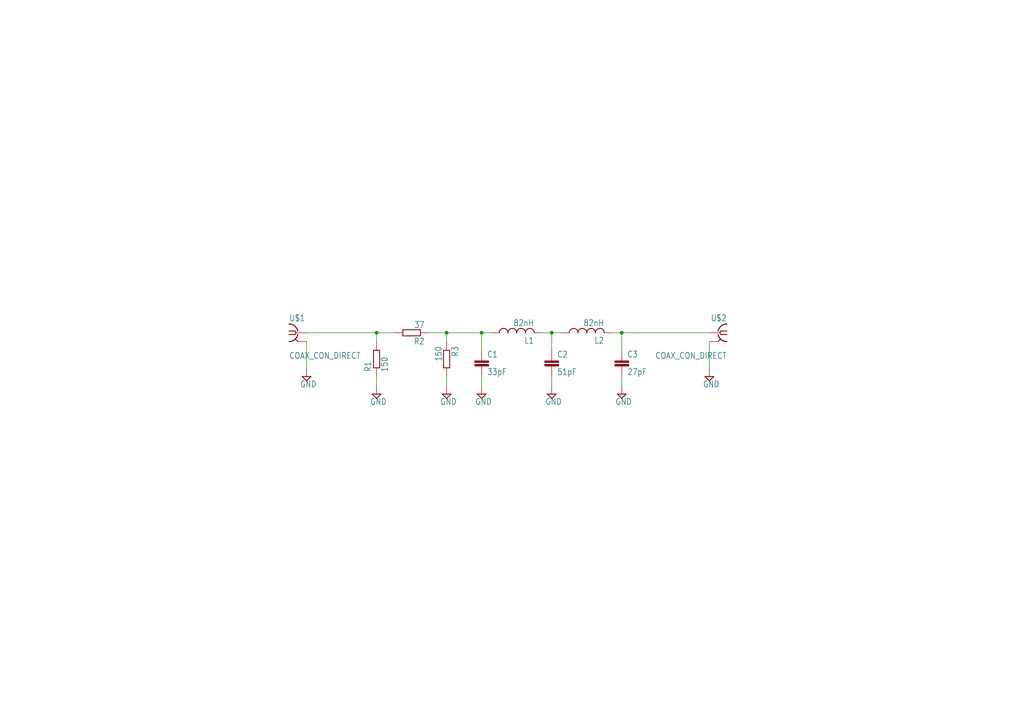
<source format=kicad_sch>
(kicad_sch
	(version 20231120)
	(generator "eeschema")
	(generator_version "8.0")
	(uuid "58b077e0-0b8d-4775-8efa-eabb5782ee57")
	(paper "A4")
	(lib_symbols
		(symbol "Filter-eagle-import:C-EUC0805"
			(exclude_from_sim no)
			(in_bom yes)
			(on_board yes)
			(property "Reference" "C"
				(at 1.524 0.381 0)
				(effects
					(font
						(size 1.778 1.5113)
					)
					(justify left bottom)
				)
			)
			(property "Value" ""
				(at 1.524 -4.699 0)
				(effects
					(font
						(size 1.778 1.5113)
					)
					(justify left bottom)
				)
			)
			(property "Footprint" "Filter:C0805"
				(at 0 0 0)
				(effects
					(font
						(size 1.27 1.27)
					)
					(hide yes)
				)
			)
			(property "Datasheet" ""
				(at 0 0 0)
				(effects
					(font
						(size 1.27 1.27)
					)
					(hide yes)
				)
			)
			(property "Description" "CAPACITOR, European symbol"
				(at 0 0 0)
				(effects
					(font
						(size 1.27 1.27)
					)
					(hide yes)
				)
			)
			(property "ki_locked" ""
				(at 0 0 0)
				(effects
					(font
						(size 1.27 1.27)
					)
				)
			)
			(symbol "C-EUC0805_1_0"
				(rectangle
					(start -2.032 -2.032)
					(end 2.032 -1.524)
					(stroke
						(width 0)
						(type default)
					)
					(fill
						(type outline)
					)
				)
				(rectangle
					(start -2.032 -1.016)
					(end 2.032 -0.508)
					(stroke
						(width 0)
						(type default)
					)
					(fill
						(type outline)
					)
				)
				(polyline
					(pts
						(xy 0 -2.54) (xy 0 -2.032)
					)
					(stroke
						(width 0.1524)
						(type solid)
					)
					(fill
						(type none)
					)
				)
				(polyline
					(pts
						(xy 0 0) (xy 0 -0.508)
					)
					(stroke
						(width 0.1524)
						(type solid)
					)
					(fill
						(type none)
					)
				)
				(pin passive line
					(at 0 2.54 270)
					(length 2.54)
					(name "1"
						(effects
							(font
								(size 0 0)
							)
						)
					)
					(number "1"
						(effects
							(font
								(size 0 0)
							)
						)
					)
				)
				(pin passive line
					(at 0 -5.08 90)
					(length 2.54)
					(name "2"
						(effects
							(font
								(size 0 0)
							)
						)
					)
					(number "2"
						(effects
							(font
								(size 0 0)
							)
						)
					)
				)
			)
		)
		(symbol "Filter-eagle-import:COAX_CON_DIRECT"
			(exclude_from_sim no)
			(in_bom yes)
			(on_board yes)
			(property "Reference" ""
				(at -2.54 3.302 0)
				(effects
					(font
						(size 1.778 1.5113)
					)
					(justify left bottom)
					(hide yes)
				)
			)
			(property "Value" ""
				(at -2.54 -7.62 0)
				(effects
					(font
						(size 1.778 1.5113)
					)
					(justify left bottom)
				)
			)
			(property "Footprint" "Filter:COAX.141"
				(at 0 0 0)
				(effects
					(font
						(size 1.27 1.27)
					)
					(hide yes)
				)
			)
			(property "Datasheet" ""
				(at 0 0 0)
				(effects
					(font
						(size 1.27 1.27)
					)
					(hide yes)
				)
			)
			(property "Description" "Direct Coax to Bord Top"
				(at 0 0 0)
				(effects
					(font
						(size 1.27 1.27)
					)
					(hide yes)
				)
			)
			(property "ki_locked" ""
				(at 0 0 0)
				(effects
					(font
						(size 1.27 1.27)
					)
				)
			)
			(symbol "COAX_CON_DIRECT_1_0"
				(arc
					(start -2.54 -2.54)
					(mid -0.9022 -1.9838)
					(end 0 -0.508)
					(stroke
						(width 0.3048)
						(type solid)
					)
					(fill
						(type none)
					)
				)
				(polyline
					(pts
						(xy -2.54 0.508) (xy -0.762 0.508)
					)
					(stroke
						(width 0.254)
						(type solid)
					)
					(fill
						(type none)
					)
				)
				(polyline
					(pts
						(xy -0.762 -0.508) (xy -2.54 -0.508)
					)
					(stroke
						(width 0.254)
						(type solid)
					)
					(fill
						(type none)
					)
				)
				(polyline
					(pts
						(xy -0.762 0.508) (xy -0.508 0)
					)
					(stroke
						(width 0.254)
						(type solid)
					)
					(fill
						(type none)
					)
				)
				(polyline
					(pts
						(xy -0.508 0) (xy -0.762 -0.508)
					)
					(stroke
						(width 0.254)
						(type solid)
					)
					(fill
						(type none)
					)
				)
				(polyline
					(pts
						(xy 0 -2.54) (xy -0.762 -1.778)
					)
					(stroke
						(width 0.254)
						(type solid)
					)
					(fill
						(type none)
					)
				)
				(polyline
					(pts
						(xy 0 0) (xy -0.508 0)
					)
					(stroke
						(width 0.1524)
						(type solid)
					)
					(fill
						(type none)
					)
				)
				(arc
					(start 0 0.508)
					(mid -0.9022 1.9838)
					(end -2.54 2.54)
					(stroke
						(width 0.3048)
						(type solid)
					)
					(fill
						(type none)
					)
				)
				(pin passive line
					(at 2.54 0 180)
					(length 2.54)
					(name "1"
						(effects
							(font
								(size 0 0)
							)
						)
					)
					(number "P$1"
						(effects
							(font
								(size 0 0)
							)
						)
					)
				)
				(pin passive line
					(at 2.54 -2.54 180)
					(length 2.54)
					(name "GND@1"
						(effects
							(font
								(size 0 0)
							)
						)
					)
					(number "P$2"
						(effects
							(font
								(size 0 0)
							)
						)
					)
				)
			)
		)
		(symbol "Filter-eagle-import:GND"
			(power)
			(exclude_from_sim no)
			(in_bom yes)
			(on_board yes)
			(property "Reference" "#SUPPLY"
				(at 0 0 0)
				(effects
					(font
						(size 1.27 1.27)
					)
					(hide yes)
				)
			)
			(property "Value" ""
				(at -1.905 -3.175 0)
				(effects
					(font
						(size 1.778 1.5113)
					)
					(justify left bottom)
				)
			)
			(property "Footprint" ""
				(at 0 0 0)
				(effects
					(font
						(size 1.27 1.27)
					)
					(hide yes)
				)
			)
			(property "Datasheet" ""
				(at 0 0 0)
				(effects
					(font
						(size 1.27 1.27)
					)
					(hide yes)
				)
			)
			(property "Description" "SUPPLY SYMBOL"
				(at 0 0 0)
				(effects
					(font
						(size 1.27 1.27)
					)
					(hide yes)
				)
			)
			(property "ki_locked" ""
				(at 0 0 0)
				(effects
					(font
						(size 1.27 1.27)
					)
				)
			)
			(symbol "GND_1_0"
				(polyline
					(pts
						(xy -1.27 0) (xy 1.27 0)
					)
					(stroke
						(width 0.254)
						(type solid)
					)
					(fill
						(type none)
					)
				)
				(polyline
					(pts
						(xy 0 -1.27) (xy -1.27 0)
					)
					(stroke
						(width 0.254)
						(type solid)
					)
					(fill
						(type none)
					)
				)
				(polyline
					(pts
						(xy 1.27 0) (xy 0 -1.27)
					)
					(stroke
						(width 0.254)
						(type solid)
					)
					(fill
						(type none)
					)
				)
				(pin power_in line
					(at 0 2.54 270)
					(length 2.54)
					(name "GND"
						(effects
							(font
								(size 0 0)
							)
						)
					)
					(number "1"
						(effects
							(font
								(size 0 0)
							)
						)
					)
				)
			)
		)
		(symbol "Filter-eagle-import:L-USL2012C"
			(exclude_from_sim no)
			(in_bom yes)
			(on_board yes)
			(property "Reference" "L"
				(at -1.27 -5.08 90)
				(effects
					(font
						(size 1.778 1.5113)
					)
					(justify left bottom)
				)
			)
			(property "Value" ""
				(at 3.81 -5.08 90)
				(effects
					(font
						(size 1.778 1.5113)
					)
					(justify left bottom)
				)
			)
			(property "Footprint" "Filter:L2012C"
				(at 0 0 0)
				(effects
					(font
						(size 1.27 1.27)
					)
					(hide yes)
				)
			)
			(property "Datasheet" ""
				(at 0 0 0)
				(effects
					(font
						(size 1.27 1.27)
					)
					(hide yes)
				)
			)
			(property "Description" "INDUCTOR, American symbol"
				(at 0 0 0)
				(effects
					(font
						(size 1.27 1.27)
					)
					(hide yes)
				)
			)
			(property "ki_locked" ""
				(at 0 0 0)
				(effects
					(font
						(size 1.27 1.27)
					)
				)
			)
			(symbol "L-USL2012C_1_0"
				(arc
					(start 0 -5.08)
					(mid 0.898 -4.708)
					(end 1.27 -3.81)
					(stroke
						(width 0.254)
						(type solid)
					)
					(fill
						(type none)
					)
				)
				(arc
					(start 0 -2.54)
					(mid 0.898 -2.168)
					(end 1.27 -1.27)
					(stroke
						(width 0.254)
						(type solid)
					)
					(fill
						(type none)
					)
				)
				(arc
					(start 0 0)
					(mid 0.898 0.372)
					(end 1.27 1.27)
					(stroke
						(width 0.254)
						(type solid)
					)
					(fill
						(type none)
					)
				)
				(arc
					(start 0 2.54)
					(mid 0.898 2.912)
					(end 1.27 3.81)
					(stroke
						(width 0.254)
						(type solid)
					)
					(fill
						(type none)
					)
				)
				(arc
					(start 1.27 -3.81)
					(mid 0.898 -2.912)
					(end 0 -2.54)
					(stroke
						(width 0.254)
						(type solid)
					)
					(fill
						(type none)
					)
				)
				(arc
					(start 1.27 -1.27)
					(mid 0.898 -0.372)
					(end 0 0)
					(stroke
						(width 0.254)
						(type solid)
					)
					(fill
						(type none)
					)
				)
				(arc
					(start 1.27 1.27)
					(mid 0.898 2.168)
					(end 0 2.54)
					(stroke
						(width 0.254)
						(type solid)
					)
					(fill
						(type none)
					)
				)
				(arc
					(start 1.27 3.81)
					(mid 0.898 4.708)
					(end 0 5.08)
					(stroke
						(width 0.254)
						(type solid)
					)
					(fill
						(type none)
					)
				)
				(pin passive line
					(at 0 7.62 270)
					(length 2.54)
					(name "1"
						(effects
							(font
								(size 0 0)
							)
						)
					)
					(number "1"
						(effects
							(font
								(size 0 0)
							)
						)
					)
				)
				(pin passive line
					(at 0 -7.62 90)
					(length 2.54)
					(name "2"
						(effects
							(font
								(size 0 0)
							)
						)
					)
					(number "2"
						(effects
							(font
								(size 0 0)
							)
						)
					)
				)
			)
		)
		(symbol "Filter-eagle-import:R-EU_R0805"
			(exclude_from_sim no)
			(in_bom yes)
			(on_board yes)
			(property "Reference" "R"
				(at -3.81 1.4986 0)
				(effects
					(font
						(size 1.778 1.5113)
					)
					(justify left bottom)
				)
			)
			(property "Value" ""
				(at -3.81 -3.302 0)
				(effects
					(font
						(size 1.778 1.5113)
					)
					(justify left bottom)
				)
			)
			(property "Footprint" "Filter:R0805"
				(at 0 0 0)
				(effects
					(font
						(size 1.27 1.27)
					)
					(hide yes)
				)
			)
			(property "Datasheet" ""
				(at 0 0 0)
				(effects
					(font
						(size 1.27 1.27)
					)
					(hide yes)
				)
			)
			(property "Description" "RESISTOR, European symbol"
				(at 0 0 0)
				(effects
					(font
						(size 1.27 1.27)
					)
					(hide yes)
				)
			)
			(property "ki_locked" ""
				(at 0 0 0)
				(effects
					(font
						(size 1.27 1.27)
					)
				)
			)
			(symbol "R-EU_R0805_1_0"
				(polyline
					(pts
						(xy -2.54 -0.889) (xy -2.54 0.889)
					)
					(stroke
						(width 0.254)
						(type solid)
					)
					(fill
						(type none)
					)
				)
				(polyline
					(pts
						(xy -2.54 -0.889) (xy 2.54 -0.889)
					)
					(stroke
						(width 0.254)
						(type solid)
					)
					(fill
						(type none)
					)
				)
				(polyline
					(pts
						(xy 2.54 -0.889) (xy 2.54 0.889)
					)
					(stroke
						(width 0.254)
						(type solid)
					)
					(fill
						(type none)
					)
				)
				(polyline
					(pts
						(xy 2.54 0.889) (xy -2.54 0.889)
					)
					(stroke
						(width 0.254)
						(type solid)
					)
					(fill
						(type none)
					)
				)
				(pin passive line
					(at -5.08 0 0)
					(length 2.54)
					(name "1"
						(effects
							(font
								(size 0 0)
							)
						)
					)
					(number "1"
						(effects
							(font
								(size 0 0)
							)
						)
					)
				)
				(pin passive line
					(at 5.08 0 180)
					(length 2.54)
					(name "2"
						(effects
							(font
								(size 0 0)
							)
						)
					)
					(number "2"
						(effects
							(font
								(size 0 0)
							)
						)
					)
				)
			)
		)
	)
	(junction
		(at 180.34 96.52)
		(diameter 0)
		(color 0 0 0 0)
		(uuid "24745f2d-5203-4484-9714-0e987e503853")
	)
	(junction
		(at 139.7 96.52)
		(diameter 0)
		(color 0 0 0 0)
		(uuid "29b454bc-f005-4803-a3a7-93094bab1ae2")
	)
	(junction
		(at 129.54 96.52)
		(diameter 0)
		(color 0 0 0 0)
		(uuid "7e8bc4dc-2319-4ceb-9e9b-b912a321bf75")
	)
	(junction
		(at 160.02 96.52)
		(diameter 0)
		(color 0 0 0 0)
		(uuid "ae0e68aa-c8ae-490a-9649-9a2ee31e9a5f")
	)
	(junction
		(at 109.22 96.52)
		(diameter 0)
		(color 0 0 0 0)
		(uuid "db96db9f-07fa-47df-af9b-322a184064d3")
	)
	(wire
		(pts
			(xy 129.54 96.52) (xy 139.7 96.52)
		)
		(stroke
			(width 0.1524)
			(type solid)
		)
		(uuid "18615523-c5bd-462d-aef3-3b8237bf2220")
	)
	(wire
		(pts
			(xy 205.74 96.52) (xy 180.34 96.52)
		)
		(stroke
			(width 0.1524)
			(type solid)
		)
		(uuid "19f731a7-e6d7-4bc4-b3da-fc1ba6e77a70")
	)
	(wire
		(pts
			(xy 139.7 101.6) (xy 139.7 96.52)
		)
		(stroke
			(width 0.1524)
			(type solid)
		)
		(uuid "2340deda-5c90-4bc7-8702-c78a8edd12e9")
	)
	(wire
		(pts
			(xy 114.3 96.52) (xy 109.22 96.52)
		)
		(stroke
			(width 0.1524)
			(type solid)
		)
		(uuid "3251e288-b39f-467d-a136-bd529ddf3f96")
	)
	(wire
		(pts
			(xy 180.34 111.76) (xy 180.34 109.22)
		)
		(stroke
			(width 0.1524)
			(type solid)
		)
		(uuid "3397088a-73c9-4e7b-bb0e-e873c0be7fe0")
	)
	(wire
		(pts
			(xy 180.34 96.52) (xy 177.8 96.52)
		)
		(stroke
			(width 0.1524)
			(type solid)
		)
		(uuid "453c6935-7cd1-4509-958a-ca0df53cddbd")
	)
	(wire
		(pts
			(xy 162.56 96.52) (xy 160.02 96.52)
		)
		(stroke
			(width 0.1524)
			(type solid)
		)
		(uuid "45b02609-aca2-4c98-9cc4-8f6411028593")
	)
	(wire
		(pts
			(xy 109.22 96.52) (xy 88.9 96.52)
		)
		(stroke
			(width 0.1524)
			(type solid)
		)
		(uuid "4775d996-87d3-4785-9128-ac79855c3235")
	)
	(wire
		(pts
			(xy 139.7 96.52) (xy 142.24 96.52)
		)
		(stroke
			(width 0.1524)
			(type solid)
		)
		(uuid "61b521b0-98bc-4d6f-bd00-3175b45485f1")
	)
	(wire
		(pts
			(xy 180.34 101.6) (xy 180.34 96.52)
		)
		(stroke
			(width 0.1524)
			(type solid)
		)
		(uuid "6b09c9f1-3e54-487a-916d-acdb686a23e5")
	)
	(wire
		(pts
			(xy 124.46 96.52) (xy 129.54 96.52)
		)
		(stroke
			(width 0.1524)
			(type solid)
		)
		(uuid "746657a9-8d95-4e19-b9de-414e1554b13e")
	)
	(wire
		(pts
			(xy 129.54 111.76) (xy 129.54 109.22)
		)
		(stroke
			(width 0.1524)
			(type solid)
		)
		(uuid "7867c354-d875-4e7a-a85f-f5191c1d777c")
	)
	(wire
		(pts
			(xy 160.02 111.76) (xy 160.02 109.22)
		)
		(stroke
			(width 0.1524)
			(type solid)
		)
		(uuid "a40b0548-40b1-447c-b0a4-626e3aa82c87")
	)
	(wire
		(pts
			(xy 88.9 106.68) (xy 88.9 99.06)
		)
		(stroke
			(width 0.1524)
			(type solid)
		)
		(uuid "b5f6538b-7ad2-421d-9ba0-f041a865f1b4")
	)
	(wire
		(pts
			(xy 160.02 101.6) (xy 160.02 96.52)
		)
		(stroke
			(width 0.1524)
			(type solid)
		)
		(uuid "bfbceab0-7c57-46b6-8de1-9f0f3e8ee834")
	)
	(wire
		(pts
			(xy 139.7 111.76) (xy 139.7 109.22)
		)
		(stroke
			(width 0.1524)
			(type solid)
		)
		(uuid "c08ddc6d-25a0-477e-9e2b-0ce95360a86c")
	)
	(wire
		(pts
			(xy 109.22 111.76) (xy 109.22 109.22)
		)
		(stroke
			(width 0.1524)
			(type solid)
		)
		(uuid "cc8e1cf7-2113-4714-8ba1-e923cde5bc29")
	)
	(wire
		(pts
			(xy 109.22 99.06) (xy 109.22 96.52)
		)
		(stroke
			(width 0.1524)
			(type solid)
		)
		(uuid "d361f9c2-0374-40e5-bc26-d0149c24a2b3")
	)
	(wire
		(pts
			(xy 205.74 106.68) (xy 205.74 99.06)
		)
		(stroke
			(width 0.1524)
			(type solid)
		)
		(uuid "da7a2764-82d2-4e28-a06f-58e19cf58910")
	)
	(wire
		(pts
			(xy 129.54 99.06) (xy 129.54 96.52)
		)
		(stroke
			(width 0.1524)
			(type solid)
		)
		(uuid "e62145c1-9a97-4706-815a-2dab58ed2ea0")
	)
	(wire
		(pts
			(xy 160.02 96.52) (xy 157.48 96.52)
		)
		(stroke
			(width 0.1524)
			(type solid)
		)
		(uuid "fd867039-afd0-4660-bd9f-2448a49f19a8")
	)
	(symbol
		(lib_id "Filter-eagle-import:GND")
		(at 139.7 114.3 0)
		(unit 1)
		(exclude_from_sim no)
		(in_bom yes)
		(on_board yes)
		(dnp no)
		(uuid "350433c6-f408-4d72-9e90-52c2a22e3aef")
		(property "Reference" "#SUPPLY4"
			(at 139.7 114.3 0)
			(effects
				(font
					(size 1.27 1.27)
				)
				(hide yes)
			)
		)
		(property "Value" "GND"
			(at 137.795 117.475 0)
			(effects
				(font
					(size 1.778 1.5113)
				)
				(justify left bottom)
			)
		)
		(property "Footprint" ""
			(at 139.7 114.3 0)
			(effects
				(font
					(size 1.27 1.27)
				)
				(hide yes)
			)
		)
		(property "Datasheet" ""
			(at 139.7 114.3 0)
			(effects
				(font
					(size 1.27 1.27)
				)
				(hide yes)
			)
		)
		(property "Description" ""
			(at 139.7 114.3 0)
			(effects
				(font
					(size 1.27 1.27)
				)
				(hide yes)
			)
		)
		(pin "1"
			(uuid "bb0cfacb-0d83-42dd-b44c-4e8e118cccc5")
		)
		(instances
			(project ""
				(path "/58b077e0-0b8d-4775-8efa-eabb5782ee57"
					(reference "#SUPPLY4")
					(unit 1)
				)
			)
		)
	)
	(symbol
		(lib_id "Filter-eagle-import:COAX_CON_DIRECT")
		(at 86.36 96.52 0)
		(unit 1)
		(exclude_from_sim no)
		(in_bom yes)
		(on_board yes)
		(dnp no)
		(uuid "3fdcac3b-e1ea-4dc8-8d7f-e12c5b1628f0")
		(property "Reference" "U$1"
			(at 83.82 93.218 0)
			(effects
				(font
					(size 1.778 1.5113)
				)
				(justify left bottom)
			)
		)
		(property "Value" "COAX_CON_DIRECT"
			(at 83.82 104.14 0)
			(effects
				(font
					(size 1.778 1.5113)
				)
				(justify left bottom)
			)
		)
		(property "Footprint" "Filter:COAX.141"
			(at 86.36 96.52 0)
			(effects
				(font
					(size 1.27 1.27)
				)
				(hide yes)
			)
		)
		(property "Datasheet" ""
			(at 86.36 96.52 0)
			(effects
				(font
					(size 1.27 1.27)
				)
				(hide yes)
			)
		)
		(property "Description" ""
			(at 86.36 96.52 0)
			(effects
				(font
					(size 1.27 1.27)
				)
				(hide yes)
			)
		)
		(pin "P$2"
			(uuid "0bca4ec4-ffe3-4a5d-b4f6-ecf18673a234")
		)
		(pin "P$1"
			(uuid "fcabcbce-8fea-4879-8dff-78998bbe004a")
		)
		(instances
			(project ""
				(path "/58b077e0-0b8d-4775-8efa-eabb5782ee57"
					(reference "U$1")
					(unit 1)
				)
			)
		)
	)
	(symbol
		(lib_id "Filter-eagle-import:GND")
		(at 160.02 114.3 0)
		(unit 1)
		(exclude_from_sim no)
		(in_bom yes)
		(on_board yes)
		(dnp no)
		(uuid "46667964-8e97-45fe-bb90-770a4faf374b")
		(property "Reference" "#SUPPLY5"
			(at 160.02 114.3 0)
			(effects
				(font
					(size 1.27 1.27)
				)
				(hide yes)
			)
		)
		(property "Value" "GND"
			(at 158.115 117.475 0)
			(effects
				(font
					(size 1.778 1.5113)
				)
				(justify left bottom)
			)
		)
		(property "Footprint" ""
			(at 160.02 114.3 0)
			(effects
				(font
					(size 1.27 1.27)
				)
				(hide yes)
			)
		)
		(property "Datasheet" ""
			(at 160.02 114.3 0)
			(effects
				(font
					(size 1.27 1.27)
				)
				(hide yes)
			)
		)
		(property "Description" ""
			(at 160.02 114.3 0)
			(effects
				(font
					(size 1.27 1.27)
				)
				(hide yes)
			)
		)
		(pin "1"
			(uuid "45e6eedf-a9f0-4d8b-a5fd-4176bb26d612")
		)
		(instances
			(project ""
				(path "/58b077e0-0b8d-4775-8efa-eabb5782ee57"
					(reference "#SUPPLY5")
					(unit 1)
				)
			)
		)
	)
	(symbol
		(lib_id "Filter-eagle-import:C-EUC0805")
		(at 139.7 104.14 0)
		(unit 1)
		(exclude_from_sim no)
		(in_bom yes)
		(on_board yes)
		(dnp no)
		(uuid "4f3ea76a-5004-4bb7-9fec-8ba6f0506edd")
		(property "Reference" "C1"
			(at 141.224 103.759 0)
			(effects
				(font
					(size 1.778 1.5113)
				)
				(justify left bottom)
			)
		)
		(property "Value" "33pF"
			(at 141.224 108.839 0)
			(effects
				(font
					(size 1.778 1.5113)
				)
				(justify left bottom)
			)
		)
		(property "Footprint" "Filter:C0805"
			(at 139.7 104.14 0)
			(effects
				(font
					(size 1.27 1.27)
				)
				(hide yes)
			)
		)
		(property "Datasheet" ""
			(at 139.7 104.14 0)
			(effects
				(font
					(size 1.27 1.27)
				)
				(hide yes)
			)
		)
		(property "Description" ""
			(at 139.7 104.14 0)
			(effects
				(font
					(size 1.27 1.27)
				)
				(hide yes)
			)
		)
		(pin "1"
			(uuid "72d6e6d1-fb65-441e-9fdd-38368902cb4e")
		)
		(pin "2"
			(uuid "33e1a882-87ff-479c-84d8-7689d7bf5b25")
		)
		(instances
			(project ""
				(path "/58b077e0-0b8d-4775-8efa-eabb5782ee57"
					(reference "C1")
					(unit 1)
				)
			)
		)
	)
	(symbol
		(lib_id "Filter-eagle-import:GND")
		(at 88.9 109.22 0)
		(unit 1)
		(exclude_from_sim no)
		(in_bom yes)
		(on_board yes)
		(dnp no)
		(uuid "55f18f33-0ccc-49a7-8bf7-87d39b098457")
		(property "Reference" "#SUPPLY1"
			(at 88.9 109.22 0)
			(effects
				(font
					(size 1.27 1.27)
				)
				(hide yes)
			)
		)
		(property "Value" "GND"
			(at 86.995 112.395 0)
			(effects
				(font
					(size 1.778 1.5113)
				)
				(justify left bottom)
			)
		)
		(property "Footprint" ""
			(at 88.9 109.22 0)
			(effects
				(font
					(size 1.27 1.27)
				)
				(hide yes)
			)
		)
		(property "Datasheet" ""
			(at 88.9 109.22 0)
			(effects
				(font
					(size 1.27 1.27)
				)
				(hide yes)
			)
		)
		(property "Description" ""
			(at 88.9 109.22 0)
			(effects
				(font
					(size 1.27 1.27)
				)
				(hide yes)
			)
		)
		(pin "1"
			(uuid "2b9c50fd-6538-4ea8-8a77-eb91e8e8c696")
		)
		(instances
			(project ""
				(path "/58b077e0-0b8d-4775-8efa-eabb5782ee57"
					(reference "#SUPPLY1")
					(unit 1)
				)
			)
		)
	)
	(symbol
		(lib_id "Filter-eagle-import:GND")
		(at 129.54 114.3 0)
		(unit 1)
		(exclude_from_sim no)
		(in_bom yes)
		(on_board yes)
		(dnp no)
		(uuid "5652233b-3f7c-4674-b569-d938a02bea99")
		(property "Reference" "#SUPPLY3"
			(at 129.54 114.3 0)
			(effects
				(font
					(size 1.27 1.27)
				)
				(hide yes)
			)
		)
		(property "Value" "GND"
			(at 127.635 117.475 0)
			(effects
				(font
					(size 1.778 1.5113)
				)
				(justify left bottom)
			)
		)
		(property "Footprint" ""
			(at 129.54 114.3 0)
			(effects
				(font
					(size 1.27 1.27)
				)
				(hide yes)
			)
		)
		(property "Datasheet" ""
			(at 129.54 114.3 0)
			(effects
				(font
					(size 1.27 1.27)
				)
				(hide yes)
			)
		)
		(property "Description" ""
			(at 129.54 114.3 0)
			(effects
				(font
					(size 1.27 1.27)
				)
				(hide yes)
			)
		)
		(pin "1"
			(uuid "dbeb89c0-c33c-40e5-b2da-81530dc72d87")
		)
		(instances
			(project ""
				(path "/58b077e0-0b8d-4775-8efa-eabb5782ee57"
					(reference "#SUPPLY3")
					(unit 1)
				)
			)
		)
	)
	(symbol
		(lib_id "Filter-eagle-import:COAX_CON_DIRECT")
		(at 208.28 96.52 0)
		(mirror y)
		(unit 1)
		(exclude_from_sim no)
		(in_bom yes)
		(on_board yes)
		(dnp no)
		(uuid "60e441f7-c03b-4bea-8a6b-fdbdc612495c")
		(property "Reference" "U$2"
			(at 210.82 93.218 0)
			(effects
				(font
					(size 1.778 1.5113)
				)
				(justify left bottom)
			)
		)
		(property "Value" "COAX_CON_DIRECT"
			(at 210.82 104.14 0)
			(effects
				(font
					(size 1.778 1.5113)
				)
				(justify left bottom)
			)
		)
		(property "Footprint" "Filter:COAX.141"
			(at 208.28 96.52 0)
			(effects
				(font
					(size 1.27 1.27)
				)
				(hide yes)
			)
		)
		(property "Datasheet" ""
			(at 208.28 96.52 0)
			(effects
				(font
					(size 1.27 1.27)
				)
				(hide yes)
			)
		)
		(property "Description" ""
			(at 208.28 96.52 0)
			(effects
				(font
					(size 1.27 1.27)
				)
				(hide yes)
			)
		)
		(pin "P$1"
			(uuid "95fea434-2c1b-40b2-b3f2-e39cc0f1b6ba")
		)
		(pin "P$2"
			(uuid "4ef10e4d-a13a-4ccc-8da4-9264840cf03c")
		)
		(instances
			(project ""
				(path "/58b077e0-0b8d-4775-8efa-eabb5782ee57"
					(reference "U$2")
					(unit 1)
				)
			)
		)
	)
	(symbol
		(lib_id "Filter-eagle-import:GND")
		(at 205.74 109.22 0)
		(unit 1)
		(exclude_from_sim no)
		(in_bom yes)
		(on_board yes)
		(dnp no)
		(uuid "8aabf876-c75e-44ed-9359-17ef9af93683")
		(property "Reference" "#SUPPLY7"
			(at 205.74 109.22 0)
			(effects
				(font
					(size 1.27 1.27)
				)
				(hide yes)
			)
		)
		(property "Value" "GND"
			(at 203.835 112.395 0)
			(effects
				(font
					(size 1.778 1.5113)
				)
				(justify left bottom)
			)
		)
		(property "Footprint" ""
			(at 205.74 109.22 0)
			(effects
				(font
					(size 1.27 1.27)
				)
				(hide yes)
			)
		)
		(property "Datasheet" ""
			(at 205.74 109.22 0)
			(effects
				(font
					(size 1.27 1.27)
				)
				(hide yes)
			)
		)
		(property "Description" ""
			(at 205.74 109.22 0)
			(effects
				(font
					(size 1.27 1.27)
				)
				(hide yes)
			)
		)
		(pin "1"
			(uuid "678bed42-6128-4ace-b3b0-c5edeef491f7")
		)
		(instances
			(project ""
				(path "/58b077e0-0b8d-4775-8efa-eabb5782ee57"
					(reference "#SUPPLY7")
					(unit 1)
				)
			)
		)
	)
	(symbol
		(lib_id "Filter-eagle-import:L-USL2012C")
		(at 149.86 96.52 90)
		(unit 1)
		(exclude_from_sim no)
		(in_bom yes)
		(on_board yes)
		(dnp no)
		(uuid "8db3e656-6d24-40fd-a0f9-a1dbf510964d")
		(property "Reference" "L1"
			(at 154.94 97.79 90)
			(effects
				(font
					(size 1.778 1.5113)
				)
				(justify left bottom)
			)
		)
		(property "Value" "82nH"
			(at 154.94 92.71 90)
			(effects
				(font
					(size 1.778 1.5113)
				)
				(justify left bottom)
			)
		)
		(property "Footprint" "Filter:L2012C"
			(at 149.86 96.52 0)
			(effects
				(font
					(size 1.27 1.27)
				)
				(hide yes)
			)
		)
		(property "Datasheet" ""
			(at 149.86 96.52 0)
			(effects
				(font
					(size 1.27 1.27)
				)
				(hide yes)
			)
		)
		(property "Description" ""
			(at 149.86 96.52 0)
			(effects
				(font
					(size 1.27 1.27)
				)
				(hide yes)
			)
		)
		(pin "1"
			(uuid "ed6ac807-3fe3-4802-962c-9b7e71aae3ef")
		)
		(pin "2"
			(uuid "964bb85d-c390-47c1-aabc-88f3fe2d5d3b")
		)
		(instances
			(project ""
				(path "/58b077e0-0b8d-4775-8efa-eabb5782ee57"
					(reference "L1")
					(unit 1)
				)
			)
		)
	)
	(symbol
		(lib_id "Filter-eagle-import:R-EU_R0805")
		(at 129.54 104.14 270)
		(unit 1)
		(exclude_from_sim no)
		(in_bom yes)
		(on_board yes)
		(dnp no)
		(uuid "8ebb79e4-f00d-4baa-8b06-1a546de40ce3")
		(property "Reference" "R3"
			(at 131.0386 100.33 0)
			(effects
				(font
					(size 1.778 1.5113)
				)
				(justify left bottom)
			)
		)
		(property "Value" "150"
			(at 126.238 100.33 0)
			(effects
				(font
					(size 1.778 1.5113)
				)
				(justify left bottom)
			)
		)
		(property "Footprint" "Filter:R0805"
			(at 129.54 104.14 0)
			(effects
				(font
					(size 1.27 1.27)
				)
				(hide yes)
			)
		)
		(property "Datasheet" ""
			(at 129.54 104.14 0)
			(effects
				(font
					(size 1.27 1.27)
				)
				(hide yes)
			)
		)
		(property "Description" ""
			(at 129.54 104.14 0)
			(effects
				(font
					(size 1.27 1.27)
				)
				(hide yes)
			)
		)
		(pin "1"
			(uuid "9cb7360a-9dfd-4d00-86f8-644832c6c367")
		)
		(pin "2"
			(uuid "93a4df45-942b-4854-96cb-0c2e9d557271")
		)
		(instances
			(project ""
				(path "/58b077e0-0b8d-4775-8efa-eabb5782ee57"
					(reference "R3")
					(unit 1)
				)
			)
		)
	)
	(symbol
		(lib_id "Filter-eagle-import:R-EU_R0805")
		(at 119.38 96.52 180)
		(unit 1)
		(exclude_from_sim no)
		(in_bom yes)
		(on_board yes)
		(dnp no)
		(uuid "a14ae2e7-253a-4bda-8075-202367813334")
		(property "Reference" "R2"
			(at 123.19 98.0186 0)
			(effects
				(font
					(size 1.778 1.5113)
				)
				(justify left bottom)
			)
		)
		(property "Value" "37"
			(at 123.19 93.218 0)
			(effects
				(font
					(size 1.778 1.5113)
				)
				(justify left bottom)
			)
		)
		(property "Footprint" "Filter:R0805"
			(at 119.38 96.52 0)
			(effects
				(font
					(size 1.27 1.27)
				)
				(hide yes)
			)
		)
		(property "Datasheet" ""
			(at 119.38 96.52 0)
			(effects
				(font
					(size 1.27 1.27)
				)
				(hide yes)
			)
		)
		(property "Description" ""
			(at 119.38 96.52 0)
			(effects
				(font
					(size 1.27 1.27)
				)
				(hide yes)
			)
		)
		(pin "2"
			(uuid "59928abe-d440-4651-88ed-0dc5e054f4b0")
		)
		(pin "1"
			(uuid "8b3e7b85-e1b6-4551-8b6c-376f5dbf8d69")
		)
		(instances
			(project ""
				(path "/58b077e0-0b8d-4775-8efa-eabb5782ee57"
					(reference "R2")
					(unit 1)
				)
			)
		)
	)
	(symbol
		(lib_id "Filter-eagle-import:L-USL2012C")
		(at 170.18 96.52 90)
		(unit 1)
		(exclude_from_sim no)
		(in_bom yes)
		(on_board yes)
		(dnp no)
		(uuid "aa3897bf-3279-417a-8b43-85c05b848798")
		(property "Reference" "L2"
			(at 175.26 97.79 90)
			(effects
				(font
					(size 1.778 1.5113)
				)
				(justify left bottom)
			)
		)
		(property "Value" "82nH"
			(at 175.26 92.71 90)
			(effects
				(font
					(size 1.778 1.5113)
				)
				(justify left bottom)
			)
		)
		(property "Footprint" "Filter:L2012C"
			(at 170.18 96.52 0)
			(effects
				(font
					(size 1.27 1.27)
				)
				(hide yes)
			)
		)
		(property "Datasheet" ""
			(at 170.18 96.52 0)
			(effects
				(font
					(size 1.27 1.27)
				)
				(hide yes)
			)
		)
		(property "Description" ""
			(at 170.18 96.52 0)
			(effects
				(font
					(size 1.27 1.27)
				)
				(hide yes)
			)
		)
		(pin "1"
			(uuid "64a97d10-4dbe-44a7-b8e2-a156d68108d9")
		)
		(pin "2"
			(uuid "3f5f71e8-704a-4595-8d4c-a71e8d0f1fed")
		)
		(instances
			(project ""
				(path "/58b077e0-0b8d-4775-8efa-eabb5782ee57"
					(reference "L2")
					(unit 1)
				)
			)
		)
	)
	(symbol
		(lib_id "Filter-eagle-import:C-EUC0805")
		(at 180.34 104.14 0)
		(unit 1)
		(exclude_from_sim no)
		(in_bom yes)
		(on_board yes)
		(dnp no)
		(uuid "b679a34d-be78-4546-a9ef-c3520d0f5aeb")
		(property "Reference" "C3"
			(at 181.864 103.759 0)
			(effects
				(font
					(size 1.778 1.5113)
				)
				(justify left bottom)
			)
		)
		(property "Value" "27pF"
			(at 181.864 108.839 0)
			(effects
				(font
					(size 1.778 1.5113)
				)
				(justify left bottom)
			)
		)
		(property "Footprint" "Filter:C0805"
			(at 180.34 104.14 0)
			(effects
				(font
					(size 1.27 1.27)
				)
				(hide yes)
			)
		)
		(property "Datasheet" ""
			(at 180.34 104.14 0)
			(effects
				(font
					(size 1.27 1.27)
				)
				(hide yes)
			)
		)
		(property "Description" ""
			(at 180.34 104.14 0)
			(effects
				(font
					(size 1.27 1.27)
				)
				(hide yes)
			)
		)
		(pin "2"
			(uuid "571c145e-3d88-4f6d-94c1-83ed34f17cb9")
		)
		(pin "1"
			(uuid "75b01ad1-122c-4355-b6ad-f14f86630477")
		)
		(instances
			(project ""
				(path "/58b077e0-0b8d-4775-8efa-eabb5782ee57"
					(reference "C3")
					(unit 1)
				)
			)
		)
	)
	(symbol
		(lib_id "Filter-eagle-import:GND")
		(at 109.22 114.3 0)
		(unit 1)
		(exclude_from_sim no)
		(in_bom yes)
		(on_board yes)
		(dnp no)
		(uuid "c52a1519-733e-46ce-a55d-d55d11c07095")
		(property "Reference" "#SUPPLY2"
			(at 109.22 114.3 0)
			(effects
				(font
					(size 1.27 1.27)
				)
				(hide yes)
			)
		)
		(property "Value" "GND"
			(at 107.315 117.475 0)
			(effects
				(font
					(size 1.778 1.5113)
				)
				(justify left bottom)
			)
		)
		(property "Footprint" ""
			(at 109.22 114.3 0)
			(effects
				(font
					(size 1.27 1.27)
				)
				(hide yes)
			)
		)
		(property "Datasheet" ""
			(at 109.22 114.3 0)
			(effects
				(font
					(size 1.27 1.27)
				)
				(hide yes)
			)
		)
		(property "Description" ""
			(at 109.22 114.3 0)
			(effects
				(font
					(size 1.27 1.27)
				)
				(hide yes)
			)
		)
		(pin "1"
			(uuid "5a9413f0-e2f9-454e-a765-00cedf11ef83")
		)
		(instances
			(project ""
				(path "/58b077e0-0b8d-4775-8efa-eabb5782ee57"
					(reference "#SUPPLY2")
					(unit 1)
				)
			)
		)
	)
	(symbol
		(lib_id "Filter-eagle-import:C-EUC0805")
		(at 160.02 104.14 0)
		(unit 1)
		(exclude_from_sim no)
		(in_bom yes)
		(on_board yes)
		(dnp no)
		(uuid "cb929f55-cf4f-45d3-8c73-ae6fb292f829")
		(property "Reference" "C2"
			(at 161.544 103.759 0)
			(effects
				(font
					(size 1.778 1.5113)
				)
				(justify left bottom)
			)
		)
		(property "Value" "51pF"
			(at 161.544 108.839 0)
			(effects
				(font
					(size 1.778 1.5113)
				)
				(justify left bottom)
			)
		)
		(property "Footprint" "Filter:C0805"
			(at 160.02 104.14 0)
			(effects
				(font
					(size 1.27 1.27)
				)
				(hide yes)
			)
		)
		(property "Datasheet" ""
			(at 160.02 104.14 0)
			(effects
				(font
					(size 1.27 1.27)
				)
				(hide yes)
			)
		)
		(property "Description" ""
			(at 160.02 104.14 0)
			(effects
				(font
					(size 1.27 1.27)
				)
				(hide yes)
			)
		)
		(pin "1"
			(uuid "4896fbde-ce2c-4069-becd-e95c0b1144a2")
		)
		(pin "2"
			(uuid "2d9135b7-fd6b-4cf9-bc38-2f72d59978a2")
		)
		(instances
			(project ""
				(path "/58b077e0-0b8d-4775-8efa-eabb5782ee57"
					(reference "C2")
					(unit 1)
				)
			)
		)
	)
	(symbol
		(lib_id "Filter-eagle-import:GND")
		(at 180.34 114.3 0)
		(unit 1)
		(exclude_from_sim no)
		(in_bom yes)
		(on_board yes)
		(dnp no)
		(uuid "d452c9f9-728c-4ce5-a1ac-03aabfe83759")
		(property "Reference" "#SUPPLY6"
			(at 180.34 114.3 0)
			(effects
				(font
					(size 1.27 1.27)
				)
				(hide yes)
			)
		)
		(property "Value" "GND"
			(at 178.435 117.475 0)
			(effects
				(font
					(size 1.778 1.5113)
				)
				(justify left bottom)
			)
		)
		(property "Footprint" ""
			(at 180.34 114.3 0)
			(effects
				(font
					(size 1.27 1.27)
				)
				(hide yes)
			)
		)
		(property "Datasheet" ""
			(at 180.34 114.3 0)
			(effects
				(font
					(size 1.27 1.27)
				)
				(hide yes)
			)
		)
		(property "Description" ""
			(at 180.34 114.3 0)
			(effects
				(font
					(size 1.27 1.27)
				)
				(hide yes)
			)
		)
		(pin "1"
			(uuid "fd8ef507-048b-4a66-9346-bcf0255c77db")
		)
		(instances
			(project ""
				(path "/58b077e0-0b8d-4775-8efa-eabb5782ee57"
					(reference "#SUPPLY6")
					(unit 1)
				)
			)
		)
	)
	(symbol
		(lib_id "Filter-eagle-import:R-EU_R0805")
		(at 109.22 104.14 90)
		(unit 1)
		(exclude_from_sim no)
		(in_bom yes)
		(on_board yes)
		(dnp no)
		(uuid "f12f58a0-f790-4e2c-bd21-824393a5f30d")
		(property "Reference" "R1"
			(at 107.7214 107.95 0)
			(effects
				(font
					(size 1.778 1.5113)
				)
				(justify left bottom)
			)
		)
		(property "Value" "150"
			(at 112.522 107.95 0)
			(effects
				(font
					(size 1.778 1.5113)
				)
				(justify left bottom)
			)
		)
		(property "Footprint" "Filter:R0805"
			(at 109.22 104.14 0)
			(effects
				(font
					(size 1.27 1.27)
				)
				(hide yes)
			)
		)
		(property "Datasheet" ""
			(at 109.22 104.14 0)
			(effects
				(font
					(size 1.27 1.27)
				)
				(hide yes)
			)
		)
		(property "Description" ""
			(at 109.22 104.14 0)
			(effects
				(font
					(size 1.27 1.27)
				)
				(hide yes)
			)
		)
		(pin "2"
			(uuid "d83191ca-125d-44a3-8957-e86d03f31f4d")
		)
		(pin "1"
			(uuid "09f3588e-e823-4ec2-87de-6982fdc05655")
		)
		(instances
			(project ""
				(path "/58b077e0-0b8d-4775-8efa-eabb5782ee57"
					(reference "R1")
					(unit 1)
				)
			)
		)
	)
	(sheet_instances
		(path "/"
			(page "1")
		)
	)
)

</source>
